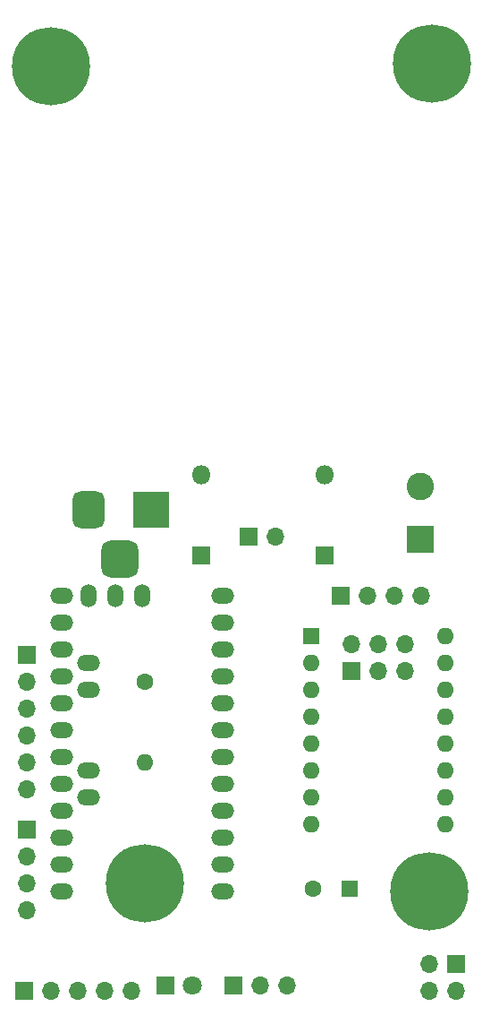
<source format=gbr>
%TF.GenerationSoftware,KiCad,Pcbnew,6.0.11-2627ca5db0~126~ubuntu20.04.1*%
%TF.CreationDate,2024-06-24T23:06:09+02:00*%
%TF.ProjectId,IRstepper,49527374-6570-4706-9572-2e6b69636164,rev?*%
%TF.SameCoordinates,Original*%
%TF.FileFunction,Soldermask,Bot*%
%TF.FilePolarity,Negative*%
%FSLAX46Y46*%
G04 Gerber Fmt 4.6, Leading zero omitted, Abs format (unit mm)*
G04 Created by KiCad (PCBNEW 6.0.11-2627ca5db0~126~ubuntu20.04.1) date 2024-06-24 23:06:09*
%MOMM*%
%LPD*%
G01*
G04 APERTURE LIST*
G04 Aperture macros list*
%AMRoundRect*
0 Rectangle with rounded corners*
0 $1 Rounding radius*
0 $2 $3 $4 $5 $6 $7 $8 $9 X,Y pos of 4 corners*
0 Add a 4 corners polygon primitive as box body*
4,1,4,$2,$3,$4,$5,$6,$7,$8,$9,$2,$3,0*
0 Add four circle primitives for the rounded corners*
1,1,$1+$1,$2,$3*
1,1,$1+$1,$4,$5*
1,1,$1+$1,$6,$7*
1,1,$1+$1,$8,$9*
0 Add four rect primitives between the rounded corners*
20,1,$1+$1,$2,$3,$4,$5,0*
20,1,$1+$1,$4,$5,$6,$7,0*
20,1,$1+$1,$6,$7,$8,$9,0*
20,1,$1+$1,$8,$9,$2,$3,0*%
G04 Aperture macros list end*
%ADD10R,1.800000X1.800000*%
%ADD11O,1.800000X1.800000*%
%ADD12R,1.700000X1.700000*%
%ADD13O,1.700000X1.700000*%
%ADD14C,7.400000*%
%ADD15C,4.100000*%
%ADD16R,2.600000X2.600000*%
%ADD17C,2.600000*%
%ADD18O,2.199640X1.501140*%
%ADD19O,1.501140X2.199640*%
%ADD20R,3.500000X3.500000*%
%ADD21RoundRect,0.750000X-0.750000X-1.000000X0.750000X-1.000000X0.750000X1.000000X-0.750000X1.000000X0*%
%ADD22RoundRect,0.875000X-0.875000X-0.875000X0.875000X-0.875000X0.875000X0.875000X-0.875000X0.875000X0*%
%ADD23R,1.600000X1.600000*%
%ADD24O,1.600000X1.600000*%
%ADD25C,1.600000*%
%ADD26C,1.800000*%
G04 APERTURE END LIST*
D10*
%TO.C,D3*%
X108712000Y-66802000D03*
D11*
X108712000Y-59182000D03*
%TD*%
D12*
%TO.C,J1*%
X91953000Y-107950000D03*
D13*
X94493000Y-107950000D03*
X97033000Y-107950000D03*
X99573000Y-107950000D03*
X102113000Y-107950000D03*
%TD*%
D14*
%TO.C,H3*%
X130556000Y-20320000D03*
D15*
X130556000Y-20320000D03*
%TD*%
%TO.C,H4*%
X130302000Y-98552000D03*
D14*
X130302000Y-98552000D03*
%TD*%
D15*
%TO.C,H2*%
X94488000Y-20574000D03*
D14*
X94488000Y-20574000D03*
%TD*%
D12*
%TO.C,J5*%
X121930000Y-70612000D03*
D13*
X124470000Y-70612000D03*
X127010000Y-70612000D03*
X129550000Y-70612000D03*
%TD*%
D10*
%TO.C,D1*%
X120396000Y-66802000D03*
D11*
X120396000Y-59182000D03*
%TD*%
D12*
%TO.C,J3*%
X113279000Y-65024000D03*
D13*
X115819000Y-65024000D03*
%TD*%
D16*
%TO.C,J2*%
X129520000Y-65298000D03*
D17*
X129520000Y-60298000D03*
%TD*%
D15*
%TO.C,H1*%
X103378000Y-97790000D03*
D14*
X103378000Y-97790000D03*
%TD*%
D12*
%TO.C,J10*%
X92202000Y-92720000D03*
D13*
X92202000Y-95260000D03*
X92202000Y-97800000D03*
X92202000Y-100340000D03*
%TD*%
D18*
%TO.C,IC1*%
X110744000Y-98552000D03*
X110744000Y-96012000D03*
X110744000Y-93472000D03*
X110744000Y-90932000D03*
X110744000Y-88392000D03*
X110744000Y-85852000D03*
X110744000Y-83312000D03*
X110744000Y-80772000D03*
X110744000Y-78232000D03*
X110744000Y-75692000D03*
X110744000Y-73152000D03*
X110744000Y-70612000D03*
X95504000Y-70612000D03*
X95504000Y-73152000D03*
X95504000Y-75692000D03*
X95504000Y-78232000D03*
X95504000Y-80772000D03*
X95504000Y-83312000D03*
X95504000Y-85852000D03*
X95504000Y-88392000D03*
X95504000Y-90932000D03*
X95504000Y-93472000D03*
X95504000Y-96012000D03*
X95504000Y-98552000D03*
X98044000Y-87122000D03*
X98044000Y-89662000D03*
D19*
X98044000Y-70612000D03*
D18*
X98044000Y-76962000D03*
D19*
X100584000Y-70612000D03*
D18*
X98044000Y-79502000D03*
D19*
X103124000Y-70612000D03*
%TD*%
D12*
%TO.C,J4*%
X111775000Y-107442000D03*
D13*
X114315000Y-107442000D03*
X116855000Y-107442000D03*
%TD*%
D12*
%TO.C,J7*%
X132857000Y-105395000D03*
D13*
X132857000Y-107935000D03*
X130317000Y-105395000D03*
X130317000Y-107935000D03*
%TD*%
D20*
%TO.C,J6*%
X104044000Y-62484000D03*
D21*
X98044000Y-62484000D03*
D22*
X101044000Y-67184000D03*
%TD*%
D23*
%TO.C,A1*%
X119136000Y-74422000D03*
D24*
X119136000Y-76962000D03*
X119136000Y-79502000D03*
X119136000Y-82042000D03*
X119136000Y-84582000D03*
X119136000Y-87122000D03*
X119136000Y-89662000D03*
X119136000Y-92202000D03*
X131836000Y-92202000D03*
X131836000Y-89662000D03*
X131836000Y-87122000D03*
X131836000Y-84582000D03*
X131836000Y-82042000D03*
X131836000Y-79502000D03*
X131836000Y-76962000D03*
X131836000Y-74422000D03*
%TD*%
D12*
%TO.C,J9*%
X92202000Y-76200000D03*
D13*
X92202000Y-78740000D03*
X92202000Y-81280000D03*
X92202000Y-83820000D03*
X92202000Y-86360000D03*
X92202000Y-88900000D03*
%TD*%
D12*
%TO.C,J8*%
X122951000Y-77729000D03*
D13*
X122951000Y-75189000D03*
X125491000Y-77729000D03*
X125491000Y-75189000D03*
X128031000Y-77729000D03*
X128031000Y-75189000D03*
%TD*%
D25*
%TO.C,R1*%
X103378000Y-78740000D03*
D24*
X103378000Y-86360000D03*
%TD*%
D23*
%TO.C,C1*%
X122810700Y-98298000D03*
D25*
X119310700Y-98298000D03*
%TD*%
D10*
%TO.C,D2*%
X105400000Y-107442000D03*
D26*
X107940000Y-107442000D03*
%TD*%
M02*

</source>
